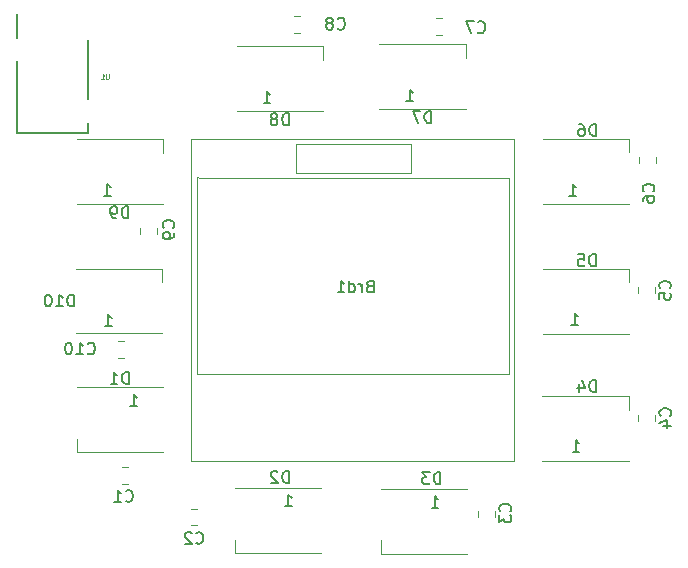
<source format=gbr>
G04 #@! TF.GenerationSoftware,KiCad,Pcbnew,5.1.5-52549c5~84~ubuntu16.04.1*
G04 #@! TF.CreationDate,2020-03-24T16:17:06-03:00*
G04 #@! TF.ProjectId,microbit_hat1_rd,6d696372-6f62-4697-945f-686174315f72,rev?*
G04 #@! TF.SameCoordinates,Original*
G04 #@! TF.FileFunction,Legend,Bot*
G04 #@! TF.FilePolarity,Positive*
%FSLAX46Y46*%
G04 Gerber Fmt 4.6, Leading zero omitted, Abs format (unit mm)*
G04 Created by KiCad (PCBNEW 5.1.5-52549c5~84~ubuntu16.04.1) date 2020-03-24 16:17:06*
%MOMM*%
%LPD*%
G04 APERTURE LIST*
%ADD10C,0.150000*%
%ADD11C,0.120000*%
%ADD12C,0.050800*%
G04 APERTURE END LIST*
D10*
X150179780Y-82999840D02*
X150179780Y-89099840D01*
X150179780Y-89099840D02*
X156179780Y-89099840D01*
X156179780Y-89099840D02*
X156179780Y-88249840D01*
X156179780Y-81249840D02*
X156179780Y-86199840D01*
X150179780Y-78999840D02*
X150179780Y-80999840D01*
D11*
X155211760Y-116122900D02*
X155211760Y-114972900D01*
X162511760Y-116122900D02*
X155211760Y-116122900D01*
X162511760Y-110622900D02*
X155211760Y-110622900D01*
X192249020Y-89569240D02*
X164849020Y-89569240D01*
X164849020Y-89569240D02*
X164849020Y-116869240D01*
X164849020Y-116869240D02*
X192249020Y-116869240D01*
X192249020Y-116869240D02*
X192249020Y-89569240D01*
X168727020Y-109464240D02*
X191827020Y-109464240D01*
X191827020Y-109464240D02*
X191827020Y-92864240D01*
X191827020Y-92864240D02*
X168727020Y-92864240D01*
X183548020Y-90058240D02*
X173769020Y-90058240D01*
X173769020Y-90058240D02*
X173769020Y-92471240D01*
X173769020Y-92471240D02*
X183548020Y-92471240D01*
X183548020Y-90058240D02*
X183548020Y-92471240D01*
X168727020Y-92864240D02*
X165641020Y-92864240D01*
X168727020Y-109464240D02*
X165387020Y-109489240D01*
X165387020Y-109489240D02*
X165387020Y-92852240D01*
X165387020Y-92852240D02*
X165641020Y-92864240D01*
X162448260Y-100559420D02*
X162448260Y-101709420D01*
X155148260Y-100559420D02*
X162448260Y-100559420D01*
X155148260Y-106059420D02*
X162448260Y-106059420D01*
X162501600Y-89596780D02*
X162501600Y-90746780D01*
X155201600Y-89596780D02*
X162501600Y-89596780D01*
X155201600Y-95096780D02*
X162501600Y-95096780D01*
X176075360Y-81730400D02*
X176075360Y-82880400D01*
X168775360Y-81730400D02*
X176075360Y-81730400D01*
X168775360Y-87230400D02*
X176075360Y-87230400D01*
X188130200Y-81550060D02*
X188130200Y-82700060D01*
X180830200Y-81550060D02*
X188130200Y-81550060D01*
X180830200Y-87050060D02*
X188130200Y-87050060D01*
X201985900Y-89563760D02*
X201985900Y-90713760D01*
X194685900Y-89563760D02*
X201985900Y-89563760D01*
X194685900Y-95063760D02*
X201985900Y-95063760D01*
X201963040Y-100567040D02*
X201963040Y-101717040D01*
X194663040Y-100567040D02*
X201963040Y-100567040D01*
X194663040Y-106067040D02*
X201963040Y-106067040D01*
X201942720Y-111354420D02*
X201942720Y-112504420D01*
X194642720Y-111354420D02*
X201942720Y-111354420D01*
X194642720Y-116854420D02*
X201942720Y-116854420D01*
X180939420Y-124708100D02*
X180939420Y-123558100D01*
X188239420Y-124708100D02*
X180939420Y-124708100D01*
X188239420Y-119208100D02*
X180939420Y-119208100D01*
X168628040Y-124682700D02*
X168628040Y-123532700D01*
X175928040Y-124682700D02*
X168628040Y-124682700D01*
X175928040Y-119182700D02*
X168628040Y-119182700D01*
X159211912Y-108124060D02*
X158689408Y-108124060D01*
X159211912Y-106704060D02*
X158689408Y-106704060D01*
X162017780Y-97126268D02*
X162017780Y-97648772D01*
X160597780Y-97126268D02*
X160597780Y-97648772D01*
X174129332Y-80585380D02*
X173606828Y-80585380D01*
X174129332Y-79165380D02*
X173606828Y-79165380D01*
X186167772Y-80760640D02*
X185645268Y-80760640D01*
X186167772Y-79340640D02*
X185645268Y-79340640D01*
X204242740Y-91135568D02*
X204242740Y-91658072D01*
X202822740Y-91135568D02*
X202822740Y-91658072D01*
X202713520Y-102662732D02*
X202713520Y-102140228D01*
X204133520Y-102662732D02*
X204133520Y-102140228D01*
X202733840Y-113449892D02*
X202733840Y-112927388D01*
X204153840Y-113449892D02*
X204153840Y-112927388D01*
X190641040Y-121103868D02*
X190641040Y-121626372D01*
X189221040Y-121103868D02*
X189221040Y-121626372D01*
X165395652Y-122302340D02*
X164873148Y-122302340D01*
X165395652Y-120882340D02*
X164873148Y-120882340D01*
X159586452Y-118802220D02*
X159063948Y-118802220D01*
X159586452Y-117382220D02*
X159063948Y-117382220D01*
D12*
X157918452Y-84117240D02*
X157918452Y-84440062D01*
X157899462Y-84478041D01*
X157880473Y-84497030D01*
X157842494Y-84516020D01*
X157766536Y-84516020D01*
X157728557Y-84497030D01*
X157709567Y-84478041D01*
X157690578Y-84440062D01*
X157690578Y-84117240D01*
X157291798Y-84516020D02*
X157519672Y-84516020D01*
X157405735Y-84516020D02*
X157405735Y-84117240D01*
X157443714Y-84174209D01*
X157481693Y-84212188D01*
X157519672Y-84231177D01*
D10*
X159599855Y-110325280D02*
X159599855Y-109325280D01*
X159361760Y-109325280D01*
X159218902Y-109372900D01*
X159123664Y-109468138D01*
X159076045Y-109563376D01*
X159028426Y-109753852D01*
X159028426Y-109896709D01*
X159076045Y-110087185D01*
X159123664Y-110182423D01*
X159218902Y-110277661D01*
X159361760Y-110325280D01*
X159599855Y-110325280D01*
X158076045Y-110325280D02*
X158647474Y-110325280D01*
X158361760Y-110325280D02*
X158361760Y-109325280D01*
X158456998Y-109468138D01*
X158552236Y-109563376D01*
X158647474Y-109610995D01*
X159749525Y-112222540D02*
X160320954Y-112222540D01*
X160035240Y-112222540D02*
X160035240Y-111222540D01*
X160130478Y-111365398D01*
X160225716Y-111460636D01*
X160320954Y-111508255D01*
X180015686Y-102051811D02*
X179872829Y-102099430D01*
X179825210Y-102147049D01*
X179777591Y-102242287D01*
X179777591Y-102385144D01*
X179825210Y-102480382D01*
X179872829Y-102528001D01*
X179968067Y-102575620D01*
X180349020Y-102575620D01*
X180349020Y-101575620D01*
X180015686Y-101575620D01*
X179920448Y-101623240D01*
X179872829Y-101670859D01*
X179825210Y-101766097D01*
X179825210Y-101861335D01*
X179872829Y-101956573D01*
X179920448Y-102004192D01*
X180015686Y-102051811D01*
X180349020Y-102051811D01*
X179349020Y-102575620D02*
X179349020Y-101908954D01*
X179349020Y-102099430D02*
X179301400Y-102004192D01*
X179253781Y-101956573D01*
X179158543Y-101908954D01*
X179063305Y-101908954D01*
X178301400Y-102575620D02*
X178301400Y-101575620D01*
X178301400Y-102528001D02*
X178396639Y-102575620D01*
X178587115Y-102575620D01*
X178682353Y-102528001D01*
X178729972Y-102480382D01*
X178777591Y-102385144D01*
X178777591Y-102099430D01*
X178729972Y-102004192D01*
X178682353Y-101956573D01*
X178587115Y-101908954D01*
X178396639Y-101908954D01*
X178301400Y-101956573D01*
X177301400Y-102575620D02*
X177872829Y-102575620D01*
X177587115Y-102575620D02*
X177587115Y-101575620D01*
X177682353Y-101718478D01*
X177777591Y-101813716D01*
X177872829Y-101861335D01*
X154985885Y-103764340D02*
X154985885Y-102764340D01*
X154747790Y-102764340D01*
X154604933Y-102811960D01*
X154509695Y-102907198D01*
X154462076Y-103002436D01*
X154414457Y-103192912D01*
X154414457Y-103335769D01*
X154462076Y-103526245D01*
X154509695Y-103621483D01*
X154604933Y-103716721D01*
X154747790Y-103764340D01*
X154985885Y-103764340D01*
X153462076Y-103764340D02*
X154033504Y-103764340D01*
X153747790Y-103764340D02*
X153747790Y-102764340D01*
X153843028Y-102907198D01*
X153938266Y-103002436D01*
X154033504Y-103050055D01*
X152843028Y-102764340D02*
X152747790Y-102764340D01*
X152652552Y-102811960D01*
X152604933Y-102859579D01*
X152557314Y-102954817D01*
X152509695Y-103145293D01*
X152509695Y-103383388D01*
X152557314Y-103573864D01*
X152604933Y-103669102D01*
X152652552Y-103716721D01*
X152747790Y-103764340D01*
X152843028Y-103764340D01*
X152938266Y-103716721D01*
X152985885Y-103669102D01*
X153033504Y-103573864D01*
X153081123Y-103383388D01*
X153081123Y-103145293D01*
X153033504Y-102954817D01*
X152985885Y-102859579D01*
X152938266Y-102811960D01*
X152843028Y-102764340D01*
X157590525Y-105445820D02*
X158161954Y-105445820D01*
X157876240Y-105445820D02*
X157876240Y-104445820D01*
X157971478Y-104588678D01*
X158066716Y-104683916D01*
X158161954Y-104731535D01*
X159589695Y-96299160D02*
X159589695Y-95299160D01*
X159351600Y-95299160D01*
X159208742Y-95346780D01*
X159113504Y-95442018D01*
X159065885Y-95537256D01*
X159018266Y-95727732D01*
X159018266Y-95870589D01*
X159065885Y-96061065D01*
X159113504Y-96156303D01*
X159208742Y-96251541D01*
X159351600Y-96299160D01*
X159589695Y-96299160D01*
X158542076Y-96299160D02*
X158351600Y-96299160D01*
X158256361Y-96251541D01*
X158208742Y-96203922D01*
X158113504Y-96061065D01*
X158065885Y-95870589D01*
X158065885Y-95489637D01*
X158113504Y-95394399D01*
X158161123Y-95346780D01*
X158256361Y-95299160D01*
X158446838Y-95299160D01*
X158542076Y-95346780D01*
X158589695Y-95394399D01*
X158637314Y-95489637D01*
X158637314Y-95727732D01*
X158589695Y-95822970D01*
X158542076Y-95870589D01*
X158446838Y-95918208D01*
X158256361Y-95918208D01*
X158161123Y-95870589D01*
X158113504Y-95822970D01*
X158065885Y-95727732D01*
X157521945Y-94379040D02*
X158093374Y-94379040D01*
X157807660Y-94379040D02*
X157807660Y-93379040D01*
X157902898Y-93521898D01*
X157998136Y-93617136D01*
X158093374Y-93664755D01*
X173163455Y-88432780D02*
X173163455Y-87432780D01*
X172925360Y-87432780D01*
X172782502Y-87480400D01*
X172687264Y-87575638D01*
X172639645Y-87670876D01*
X172592026Y-87861352D01*
X172592026Y-88004209D01*
X172639645Y-88194685D01*
X172687264Y-88289923D01*
X172782502Y-88385161D01*
X172925360Y-88432780D01*
X173163455Y-88432780D01*
X172020598Y-87861352D02*
X172115836Y-87813733D01*
X172163455Y-87766114D01*
X172211074Y-87670876D01*
X172211074Y-87623257D01*
X172163455Y-87528019D01*
X172115836Y-87480400D01*
X172020598Y-87432780D01*
X171830121Y-87432780D01*
X171734883Y-87480400D01*
X171687264Y-87528019D01*
X171639645Y-87623257D01*
X171639645Y-87670876D01*
X171687264Y-87766114D01*
X171734883Y-87813733D01*
X171830121Y-87861352D01*
X172020598Y-87861352D01*
X172115836Y-87908971D01*
X172163455Y-87956590D01*
X172211074Y-88051828D01*
X172211074Y-88242304D01*
X172163455Y-88337542D01*
X172115836Y-88385161D01*
X172020598Y-88432780D01*
X171830121Y-88432780D01*
X171734883Y-88385161D01*
X171687264Y-88337542D01*
X171639645Y-88242304D01*
X171639645Y-88051828D01*
X171687264Y-87956590D01*
X171734883Y-87908971D01*
X171830121Y-87861352D01*
X171032205Y-86543140D02*
X171603634Y-86543140D01*
X171317920Y-86543140D02*
X171317920Y-85543140D01*
X171413158Y-85685998D01*
X171508396Y-85781236D01*
X171603634Y-85828855D01*
X185218295Y-88252440D02*
X185218295Y-87252440D01*
X184980200Y-87252440D01*
X184837342Y-87300060D01*
X184742104Y-87395298D01*
X184694485Y-87490536D01*
X184646866Y-87681012D01*
X184646866Y-87823869D01*
X184694485Y-88014345D01*
X184742104Y-88109583D01*
X184837342Y-88204821D01*
X184980200Y-88252440D01*
X185218295Y-88252440D01*
X184313533Y-87252440D02*
X183646866Y-87252440D01*
X184075438Y-88252440D01*
X183107365Y-86416140D02*
X183678794Y-86416140D01*
X183393080Y-86416140D02*
X183393080Y-85416140D01*
X183488318Y-85558998D01*
X183583556Y-85654236D01*
X183678794Y-85701855D01*
X199185755Y-89342220D02*
X199185755Y-88342220D01*
X198947660Y-88342220D01*
X198804802Y-88389840D01*
X198709564Y-88485078D01*
X198661945Y-88580316D01*
X198614326Y-88770792D01*
X198614326Y-88913649D01*
X198661945Y-89104125D01*
X198709564Y-89199363D01*
X198804802Y-89294601D01*
X198947660Y-89342220D01*
X199185755Y-89342220D01*
X197757183Y-88342220D02*
X197947660Y-88342220D01*
X198042898Y-88389840D01*
X198090517Y-88437459D01*
X198185755Y-88580316D01*
X198233374Y-88770792D01*
X198233374Y-89151744D01*
X198185755Y-89246982D01*
X198138136Y-89294601D01*
X198042898Y-89342220D01*
X197852421Y-89342220D01*
X197757183Y-89294601D01*
X197709564Y-89246982D01*
X197661945Y-89151744D01*
X197661945Y-88913649D01*
X197709564Y-88818411D01*
X197757183Y-88770792D01*
X197852421Y-88723173D01*
X198042898Y-88723173D01*
X198138136Y-88770792D01*
X198185755Y-88818411D01*
X198233374Y-88913649D01*
X196927505Y-94399360D02*
X197498934Y-94399360D01*
X197213220Y-94399360D02*
X197213220Y-93399360D01*
X197308458Y-93542218D01*
X197403696Y-93637456D01*
X197498934Y-93685075D01*
X199145115Y-100360740D02*
X199145115Y-99360740D01*
X198907020Y-99360740D01*
X198764162Y-99408360D01*
X198668924Y-99503598D01*
X198621305Y-99598836D01*
X198573686Y-99789312D01*
X198573686Y-99932169D01*
X198621305Y-100122645D01*
X198668924Y-100217883D01*
X198764162Y-100313121D01*
X198907020Y-100360740D01*
X199145115Y-100360740D01*
X197668924Y-99360740D02*
X198145115Y-99360740D01*
X198192734Y-99836931D01*
X198145115Y-99789312D01*
X198049877Y-99741693D01*
X197811781Y-99741693D01*
X197716543Y-99789312D01*
X197668924Y-99836931D01*
X197621305Y-99932169D01*
X197621305Y-100170264D01*
X197668924Y-100265502D01*
X197716543Y-100313121D01*
X197811781Y-100360740D01*
X198049877Y-100360740D01*
X198145115Y-100313121D01*
X198192734Y-100265502D01*
X197077365Y-105311200D02*
X197648794Y-105311200D01*
X197363080Y-105311200D02*
X197363080Y-104311200D01*
X197458318Y-104454058D01*
X197553556Y-104549296D01*
X197648794Y-104596915D01*
X199162895Y-111003340D02*
X199162895Y-110003340D01*
X198924800Y-110003340D01*
X198781942Y-110050960D01*
X198686704Y-110146198D01*
X198639085Y-110241436D01*
X198591466Y-110431912D01*
X198591466Y-110574769D01*
X198639085Y-110765245D01*
X198686704Y-110860483D01*
X198781942Y-110955721D01*
X198924800Y-111003340D01*
X199162895Y-111003340D01*
X197734323Y-110336674D02*
X197734323Y-111003340D01*
X197972419Y-109955721D02*
X198210514Y-110670007D01*
X197591466Y-110670007D01*
X197191665Y-116060480D02*
X197763094Y-116060480D01*
X197477380Y-116060480D02*
X197477380Y-115060480D01*
X197572618Y-115203338D01*
X197667856Y-115298576D01*
X197763094Y-115346195D01*
X186003155Y-118816380D02*
X186003155Y-117816380D01*
X185765060Y-117816380D01*
X185622202Y-117864000D01*
X185526964Y-117959238D01*
X185479345Y-118054476D01*
X185431726Y-118244952D01*
X185431726Y-118387809D01*
X185479345Y-118578285D01*
X185526964Y-118673523D01*
X185622202Y-118768761D01*
X185765060Y-118816380D01*
X186003155Y-118816380D01*
X185098393Y-117816380D02*
X184479345Y-117816380D01*
X184812679Y-118197333D01*
X184669821Y-118197333D01*
X184574583Y-118244952D01*
X184526964Y-118292571D01*
X184479345Y-118387809D01*
X184479345Y-118625904D01*
X184526964Y-118721142D01*
X184574583Y-118768761D01*
X184669821Y-118816380D01*
X184955536Y-118816380D01*
X185050774Y-118768761D01*
X185098393Y-118721142D01*
X185258745Y-120792500D02*
X185830174Y-120792500D01*
X185544460Y-120792500D02*
X185544460Y-119792500D01*
X185639698Y-119935358D01*
X185734936Y-120030596D01*
X185830174Y-120078215D01*
X173160915Y-118719860D02*
X173160915Y-117719860D01*
X172922820Y-117719860D01*
X172779962Y-117767480D01*
X172684724Y-117862718D01*
X172637105Y-117957956D01*
X172589486Y-118148432D01*
X172589486Y-118291289D01*
X172637105Y-118481765D01*
X172684724Y-118577003D01*
X172779962Y-118672241D01*
X172922820Y-118719860D01*
X173160915Y-118719860D01*
X172208534Y-117815099D02*
X172160915Y-117767480D01*
X172065677Y-117719860D01*
X171827581Y-117719860D01*
X171732343Y-117767480D01*
X171684724Y-117815099D01*
X171637105Y-117910337D01*
X171637105Y-118005575D01*
X171684724Y-118148432D01*
X172256153Y-118719860D01*
X171637105Y-118719860D01*
X172845765Y-120703600D02*
X173417194Y-120703600D01*
X173131480Y-120703600D02*
X173131480Y-119703600D01*
X173226718Y-119846458D01*
X173321956Y-119941696D01*
X173417194Y-119989315D01*
X156131497Y-107738182D02*
X156179116Y-107785801D01*
X156321973Y-107833420D01*
X156417211Y-107833420D01*
X156560068Y-107785801D01*
X156655306Y-107690563D01*
X156702925Y-107595325D01*
X156750544Y-107404849D01*
X156750544Y-107261992D01*
X156702925Y-107071516D01*
X156655306Y-106976278D01*
X156560068Y-106881040D01*
X156417211Y-106833420D01*
X156321973Y-106833420D01*
X156179116Y-106881040D01*
X156131497Y-106928659D01*
X155179116Y-107833420D02*
X155750544Y-107833420D01*
X155464830Y-107833420D02*
X155464830Y-106833420D01*
X155560068Y-106976278D01*
X155655306Y-107071516D01*
X155750544Y-107119135D01*
X154560068Y-106833420D02*
X154464830Y-106833420D01*
X154369592Y-106881040D01*
X154321973Y-106928659D01*
X154274354Y-107023897D01*
X154226735Y-107214373D01*
X154226735Y-107452468D01*
X154274354Y-107642944D01*
X154321973Y-107738182D01*
X154369592Y-107785801D01*
X154464830Y-107833420D01*
X154560068Y-107833420D01*
X154655306Y-107785801D01*
X154702925Y-107738182D01*
X154750544Y-107642944D01*
X154798163Y-107452468D01*
X154798163Y-107214373D01*
X154750544Y-107023897D01*
X154702925Y-106928659D01*
X154655306Y-106881040D01*
X154560068Y-106833420D01*
X163392122Y-97100093D02*
X163439741Y-97052474D01*
X163487360Y-96909617D01*
X163487360Y-96814379D01*
X163439741Y-96671521D01*
X163344503Y-96576283D01*
X163249265Y-96528664D01*
X163058789Y-96481045D01*
X162915932Y-96481045D01*
X162725456Y-96528664D01*
X162630218Y-96576283D01*
X162534980Y-96671521D01*
X162487360Y-96814379D01*
X162487360Y-96909617D01*
X162534980Y-97052474D01*
X162582599Y-97100093D01*
X163487360Y-97576283D02*
X163487360Y-97766760D01*
X163439741Y-97861998D01*
X163392122Y-97909617D01*
X163249265Y-98004855D01*
X163058789Y-98052474D01*
X162677837Y-98052474D01*
X162582599Y-98004855D01*
X162534980Y-97957236D01*
X162487360Y-97861998D01*
X162487360Y-97671521D01*
X162534980Y-97576283D01*
X162582599Y-97528664D01*
X162677837Y-97481045D01*
X162915932Y-97481045D01*
X163011170Y-97528664D01*
X163058789Y-97576283D01*
X163106408Y-97671521D01*
X163106408Y-97861998D01*
X163058789Y-97957236D01*
X163011170Y-98004855D01*
X162915932Y-98052474D01*
X177293566Y-80232522D02*
X177341185Y-80280141D01*
X177484042Y-80327760D01*
X177579280Y-80327760D01*
X177722138Y-80280141D01*
X177817376Y-80184903D01*
X177864995Y-80089665D01*
X177912614Y-79899189D01*
X177912614Y-79756332D01*
X177864995Y-79565856D01*
X177817376Y-79470618D01*
X177722138Y-79375380D01*
X177579280Y-79327760D01*
X177484042Y-79327760D01*
X177341185Y-79375380D01*
X177293566Y-79422999D01*
X176722138Y-79756332D02*
X176817376Y-79708713D01*
X176864995Y-79661094D01*
X176912614Y-79565856D01*
X176912614Y-79518237D01*
X176864995Y-79422999D01*
X176817376Y-79375380D01*
X176722138Y-79327760D01*
X176531661Y-79327760D01*
X176436423Y-79375380D01*
X176388804Y-79422999D01*
X176341185Y-79518237D01*
X176341185Y-79565856D01*
X176388804Y-79661094D01*
X176436423Y-79708713D01*
X176531661Y-79756332D01*
X176722138Y-79756332D01*
X176817376Y-79803951D01*
X176864995Y-79851570D01*
X176912614Y-79946808D01*
X176912614Y-80137284D01*
X176864995Y-80232522D01*
X176817376Y-80280141D01*
X176722138Y-80327760D01*
X176531661Y-80327760D01*
X176436423Y-80280141D01*
X176388804Y-80232522D01*
X176341185Y-80137284D01*
X176341185Y-79946808D01*
X176388804Y-79851570D01*
X176436423Y-79803951D01*
X176531661Y-79756332D01*
X189170606Y-80529702D02*
X189218225Y-80577321D01*
X189361082Y-80624940D01*
X189456320Y-80624940D01*
X189599178Y-80577321D01*
X189694416Y-80482083D01*
X189742035Y-80386845D01*
X189789654Y-80196369D01*
X189789654Y-80053512D01*
X189742035Y-79863036D01*
X189694416Y-79767798D01*
X189599178Y-79672560D01*
X189456320Y-79624940D01*
X189361082Y-79624940D01*
X189218225Y-79672560D01*
X189170606Y-79720179D01*
X188837273Y-79624940D02*
X188170606Y-79624940D01*
X188599178Y-80624940D01*
X204027042Y-94026693D02*
X204074661Y-93979074D01*
X204122280Y-93836217D01*
X204122280Y-93740979D01*
X204074661Y-93598121D01*
X203979423Y-93502883D01*
X203884185Y-93455264D01*
X203693709Y-93407645D01*
X203550852Y-93407645D01*
X203360376Y-93455264D01*
X203265138Y-93502883D01*
X203169900Y-93598121D01*
X203122280Y-93740979D01*
X203122280Y-93836217D01*
X203169900Y-93979074D01*
X203217519Y-94026693D01*
X203122280Y-94883836D02*
X203122280Y-94693360D01*
X203169900Y-94598121D01*
X203217519Y-94550502D01*
X203360376Y-94455264D01*
X203550852Y-94407645D01*
X203931804Y-94407645D01*
X204027042Y-94455264D01*
X204074661Y-94502883D01*
X204122280Y-94598121D01*
X204122280Y-94788598D01*
X204074661Y-94883836D01*
X204027042Y-94931455D01*
X203931804Y-94979074D01*
X203693709Y-94979074D01*
X203598471Y-94931455D01*
X203550852Y-94883836D01*
X203503233Y-94788598D01*
X203503233Y-94598121D01*
X203550852Y-94502883D01*
X203598471Y-94455264D01*
X203693709Y-94407645D01*
X205430662Y-102234813D02*
X205478281Y-102187194D01*
X205525900Y-102044337D01*
X205525900Y-101949099D01*
X205478281Y-101806241D01*
X205383043Y-101711003D01*
X205287805Y-101663384D01*
X205097329Y-101615765D01*
X204954472Y-101615765D01*
X204763996Y-101663384D01*
X204668758Y-101711003D01*
X204573520Y-101806241D01*
X204525900Y-101949099D01*
X204525900Y-102044337D01*
X204573520Y-102187194D01*
X204621139Y-102234813D01*
X204525900Y-103139575D02*
X204525900Y-102663384D01*
X205002091Y-102615765D01*
X204954472Y-102663384D01*
X204906853Y-102758622D01*
X204906853Y-102996718D01*
X204954472Y-103091956D01*
X205002091Y-103139575D01*
X205097329Y-103187194D01*
X205335424Y-103187194D01*
X205430662Y-103139575D01*
X205478281Y-103091956D01*
X205525900Y-102996718D01*
X205525900Y-102758622D01*
X205478281Y-102663384D01*
X205430662Y-102615765D01*
X205450982Y-113021973D02*
X205498601Y-112974354D01*
X205546220Y-112831497D01*
X205546220Y-112736259D01*
X205498601Y-112593401D01*
X205403363Y-112498163D01*
X205308125Y-112450544D01*
X205117649Y-112402925D01*
X204974792Y-112402925D01*
X204784316Y-112450544D01*
X204689078Y-112498163D01*
X204593840Y-112593401D01*
X204546220Y-112736259D01*
X204546220Y-112831497D01*
X204593840Y-112974354D01*
X204641459Y-113021973D01*
X204879554Y-113879116D02*
X205546220Y-113879116D01*
X204498601Y-113641020D02*
X205212887Y-113402925D01*
X205212887Y-114021973D01*
X191901082Y-121108173D02*
X191948701Y-121060554D01*
X191996320Y-120917697D01*
X191996320Y-120822459D01*
X191948701Y-120679601D01*
X191853463Y-120584363D01*
X191758225Y-120536744D01*
X191567749Y-120489125D01*
X191424892Y-120489125D01*
X191234416Y-120536744D01*
X191139178Y-120584363D01*
X191043940Y-120679601D01*
X190996320Y-120822459D01*
X190996320Y-120917697D01*
X191043940Y-121060554D01*
X191091559Y-121108173D01*
X190996320Y-121441506D02*
X190996320Y-122060554D01*
X191377273Y-121727220D01*
X191377273Y-121870078D01*
X191424892Y-121965316D01*
X191472511Y-122012935D01*
X191567749Y-122060554D01*
X191805844Y-122060554D01*
X191901082Y-122012935D01*
X191948701Y-121965316D01*
X191996320Y-121870078D01*
X191996320Y-121584363D01*
X191948701Y-121489125D01*
X191901082Y-121441506D01*
X165314926Y-123780822D02*
X165362545Y-123828441D01*
X165505402Y-123876060D01*
X165600640Y-123876060D01*
X165743498Y-123828441D01*
X165838736Y-123733203D01*
X165886355Y-123637965D01*
X165933974Y-123447489D01*
X165933974Y-123304632D01*
X165886355Y-123114156D01*
X165838736Y-123018918D01*
X165743498Y-122923680D01*
X165600640Y-122876060D01*
X165505402Y-122876060D01*
X165362545Y-122923680D01*
X165314926Y-122971299D01*
X164933974Y-122971299D02*
X164886355Y-122923680D01*
X164791117Y-122876060D01*
X164553021Y-122876060D01*
X164457783Y-122923680D01*
X164410164Y-122971299D01*
X164362545Y-123066537D01*
X164362545Y-123161775D01*
X164410164Y-123304632D01*
X164981593Y-123876060D01*
X164362545Y-123876060D01*
X159345926Y-120212122D02*
X159393545Y-120259741D01*
X159536402Y-120307360D01*
X159631640Y-120307360D01*
X159774498Y-120259741D01*
X159869736Y-120164503D01*
X159917355Y-120069265D01*
X159964974Y-119878789D01*
X159964974Y-119735932D01*
X159917355Y-119545456D01*
X159869736Y-119450218D01*
X159774498Y-119354980D01*
X159631640Y-119307360D01*
X159536402Y-119307360D01*
X159393545Y-119354980D01*
X159345926Y-119402599D01*
X158393545Y-120307360D02*
X158964974Y-120307360D01*
X158679260Y-120307360D02*
X158679260Y-119307360D01*
X158774498Y-119450218D01*
X158869736Y-119545456D01*
X158964974Y-119593075D01*
M02*

</source>
